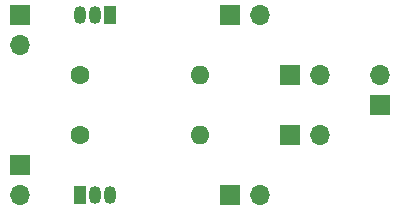
<source format=gts>
%TF.GenerationSoftware,KiCad,Pcbnew,(6.0.4)*%
%TF.CreationDate,2022-04-14T21:23:52-04:00*%
%TF.ProjectId,GEN3,47454e33-2e6b-4696-9361-645f70636258,rev?*%
%TF.SameCoordinates,Original*%
%TF.FileFunction,Soldermask,Top*%
%TF.FilePolarity,Negative*%
%FSLAX46Y46*%
G04 Gerber Fmt 4.6, Leading zero omitted, Abs format (unit mm)*
G04 Created by KiCad (PCBNEW (6.0.4)) date 2022-04-14 21:23:52*
%MOMM*%
%LPD*%
G01*
G04 APERTURE LIST*
%ADD10R,1.050000X1.500000*%
%ADD11O,1.050000X1.500000*%
%ADD12R,1.700000X1.700000*%
%ADD13O,1.700000X1.700000*%
%ADD14C,1.600000*%
%ADD15O,1.600000X1.600000*%
G04 APERTURE END LIST*
D10*
%TO.C,fet1*%
X128270000Y-91440000D03*
D11*
X129540000Y-91440000D03*
X130810000Y-91440000D03*
%TD*%
D12*
%TO.C,Switch1*%
X146050000Y-86360000D03*
D13*
X148590000Y-86360000D03*
%TD*%
D14*
%TO.C,10K Resistors*%
X128270000Y-86360000D03*
D15*
X138430000Y-86360000D03*
%TD*%
D12*
%TO.C,BUCK1*%
X153670000Y-83820000D03*
D13*
X153670000Y-81280000D03*
%TD*%
D12*
%TO.C,Reed1*%
X140970000Y-91440000D03*
D13*
X143510000Y-91440000D03*
%TD*%
D10*
%TO.C,fet2*%
X130810000Y-76200000D03*
D11*
X129540000Y-76200000D03*
X128270000Y-76200000D03*
%TD*%
D14*
%TO.C,R1*%
X128270000Y-81280000D03*
D15*
X138430000Y-81280000D03*
%TD*%
D12*
%TO.C,right_tube1*%
X123190000Y-76200000D03*
D13*
X123190000Y-78740000D03*
%TD*%
D12*
%TO.C,switch2*%
X146050000Y-81280000D03*
D13*
X148590000Y-81280000D03*
%TD*%
D12*
%TO.C,Reed2*%
X140970000Y-76200000D03*
D13*
X143510000Y-76200000D03*
%TD*%
D12*
%TO.C,left_tube1*%
X123190000Y-88900000D03*
D13*
X123190000Y-91440000D03*
%TD*%
M02*

</source>
